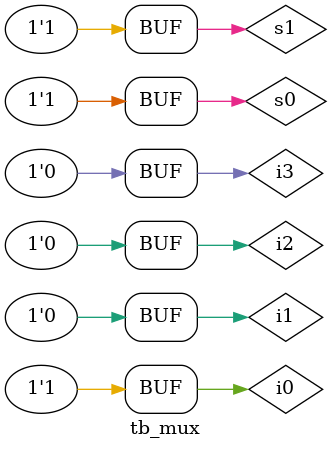
<source format=v>
`timescale 1ns / 1ps

module tb_mux;
    
    // Inputs, defined as registers
    reg s0;
    reg s1;
    reg i0;
    reg i1;
    reg i2;
    reg i3;
    
    // Outputs, defined as wires
    wire d0;
    
    // Instantiate the UUT (unit under test)
    MUX uut(
        .s0(s0), 
        .s1(s1),
        .i0(i0), 
        .i1(i1), 
        .i2(i2), 
        .i3(i3), 
        .d0(d0)
    );
    
    initial begin
        // Initialize Inputs
        s0 = 0;
        s1 = 0;
        i0 = 0;
        i1 = 0;
        i2 = 0;
        i3 = 0;
        
        // Wait 50 ns for global reset to finish
        #50;
        
        // Stimulus -- all input combinations followed by some wait time to observe the o/p  
        s0 = 0;
        s1 = 0;
        i0 = 0;
        i1 = 0;
        i2 = 0;
        i3 = 0;
        #50;
        $display("TC01");
        if( d0 != 0 ) $display("Result is wrong");
         
        s0 = 0;
        s1 = 0;
        i0 = 0;
        i1 = 0;
        i2 = 0;
        i3 = 1;
        #50;
        $display("TC02");
        if( d0 != i3  ) $display("Result is wrong");
        
        s0 = 1;
        s1 = 0;
        i0 = 0;
        i1 = 0;
        i2 = 0;
        i3 = 0;
        #50;
        $display("TC03");
        if( d0 != 0  ) $display("Result is wrong");
        
        s0 = 1;
        s1 = 0;
        i0 = 0;
        i1 = 0;
        i2 = 1;
        i3 = 0;
        #50;
        $display("TC04");
        if( d0 != i2 ) $display("Result is wrong");
        
        s0 = 0;
        s1 = 1;
        i0 = 0;
        i1 = 0;
        i2 = 0;
        i3 = 0;
        #50;
        $display("TC05");
        if( d0 != 0 ) $display("Result is wrong");
        
        s0 = 0;
        s1 = 1;
        i0 = 0;
        i1 = 1;
        i2 = 0;
        i3 = 0;
        #50;
        $display("TC06");
        if( d0 != i1 ) $display("Result is wrong");
        
        s0 = 1;
        s1 = 1;
        i0 = 0;
        i1 = 0;
        i2 = 0;
        i3 = 0;
        #50;
        $display("TC07");
        if( d0 != 0 ) $display("Result is wrong");
        
        s0 = 1;
        s1 = 1;
        i0 = 1;
        i1 = 0;
        i2 = 0;
        i3 = 0;
        #50;
        $display("TC08");
        if( d0 != i0 ) $display("Result is wrong");
        
    
    end
    
    
    
endmodule

</source>
